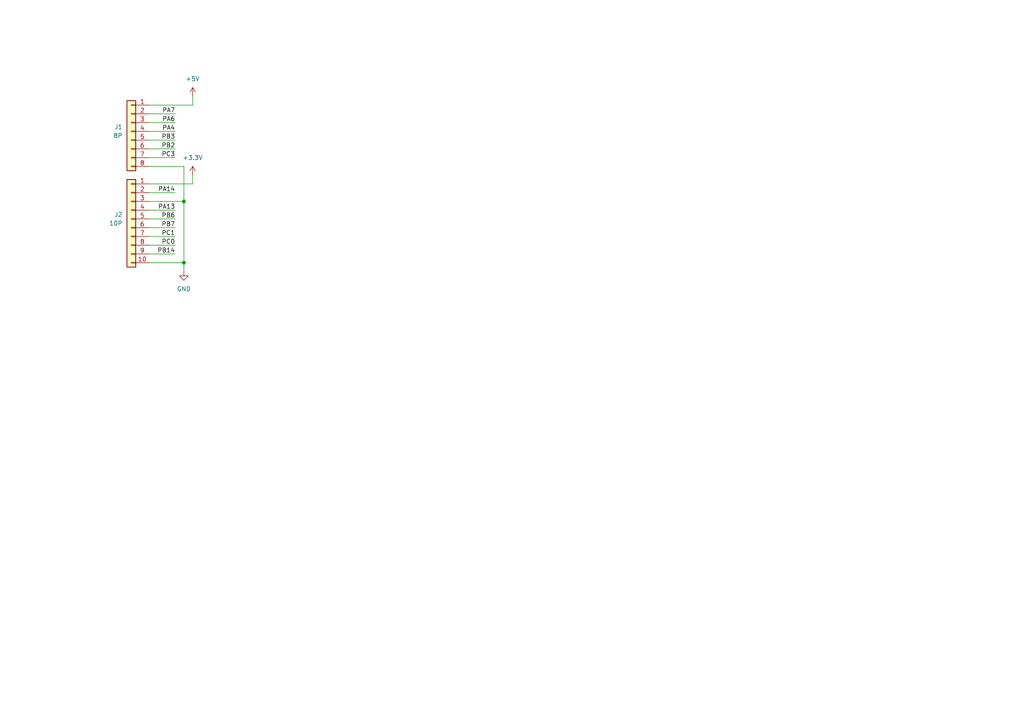
<source format=kicad_sch>
(kicad_sch (version 20211123) (generator eeschema)
  (paper "A4")
  (lib_symbols
    (symbol "Connector_Generic:Conn_01x08" (pin_names (offset 1.016) hide)
      (property "Reference" "J" (at 0 10.16 0))
      (property "Value" "Conn_01x08" (at 0 -12.7 0))
      (symbol "Conn_01x08_1_1"
        (rectangle (start -1.27 -10.033) (end 0 -10.287) (stroke (width 0.1524)))
        (rectangle (start -1.27 -7.493) (end 0 -7.747) (stroke (width 0.1524)))
        (rectangle (start -1.27 -4.953) (end 0 -5.207) (stroke (width 0.1524)))
        (rectangle (start -1.27 -2.413) (end 0 -2.667) (stroke (width 0.1524)))
        (rectangle (start -1.27 0.127) (end 0 -0.127) (stroke (width 0.1524)))
        (rectangle (start -1.27 2.667) (end 0 2.413) (stroke (width 0.1524)))
        (rectangle (start -1.27 5.207) (end 0 4.953) (stroke (width 0.1524)))
        (rectangle (start -1.27 7.747) (end 0 7.493) (stroke (width 0.1524)))
        (rectangle (start -1.27 8.89) (end 1.27 -11.43) (stroke (width 0.254)) (fill (type background)))
        (pin passive line (at -5.08 7.62 0) (length 3.81) (name "Pin_1") (number "1"))
        (pin passive line (at -5.08 5.08 0) (length 3.81) (name "Pin_2") (number "2"))
        (pin passive line (at -5.08 2.54 0) (length 3.81) (name "Pin_3") (number "3"))
        (pin passive line (at -5.08 0 0) (length 3.81) (name "Pin_4") (number "4"))
        (pin passive line (at -5.08 -2.54 0) (length 3.81) (name "Pin_5") (number "5"))
        (pin passive line (at -5.08 -5.08 0) (length 3.81) (name "Pin_6") (number "6"))
        (pin passive line (at -5.08 -7.62 0) (length 3.81) (name "Pin_7") (number "7"))
        (pin passive line (at -5.08 -10.16 0) (length 3.81) (name "Pin_8") (number "8"))
      )
    )
    (symbol "Connector_Generic:Conn_01x10" (pin_names (offset 1.016) hide)
      (property "Reference" "J" (at 0 12.7 0))
      (property "Value" "Conn_01x10" (at 0 -15.24 0))
      (symbol "Conn_01x10_1_1"
        (rectangle (start -1.27 -12.573) (end 0 -12.827) (stroke (width 0.1524)))
        (rectangle (start -1.27 -10.033) (end 0 -10.287) (stroke (width 0.1524)))
        (rectangle (start -1.27 -7.493) (end 0 -7.747) (stroke (width 0.1524)))
        (rectangle (start -1.27 -4.953) (end 0 -5.207) (stroke (width 0.1524)))
        (rectangle (start -1.27 -2.413) (end 0 -2.667) (stroke (width 0.1524)))
        (rectangle (start -1.27 0.127) (end 0 -0.127) (stroke (width 0.1524)))
        (rectangle (start -1.27 2.667) (end 0 2.413) (stroke (width 0.1524)))
        (rectangle (start -1.27 5.207) (end 0 4.953) (stroke (width 0.1524)))
        (rectangle (start -1.27 7.747) (end 0 7.493) (stroke (width 0.1524)))
        (rectangle (start -1.27 10.287) (end 0 10.033) (stroke (width 0.1524)))
        (rectangle (start -1.27 11.43) (end 1.27 -13.97) (stroke (width 0.254)) (fill (type background)))
        (pin passive line (at -5.08 10.16 0) (length 3.81) (name "Pin_1") (number "1"))
        (pin passive line (at -5.08 -12.7 0) (length 3.81) (name "Pin_10") (number "10"))
        (pin passive line (at -5.08 7.62 0) (length 3.81) (name "Pin_2") (number "2"))
        (pin passive line (at -5.08 5.08 0) (length 3.81) (name "Pin_3") (number "3"))
        (pin passive line (at -5.08 2.54 0) (length 3.81) (name "Pin_4") (number "4"))
        (pin passive line (at -5.08 0 0) (length 3.81) (name "Pin_5") (number "5"))
        (pin passive line (at -5.08 -2.54 0) (length 3.81) (name "Pin_6") (number "6"))
        (pin passive line (at -5.08 -5.08 0) (length 3.81) (name "Pin_7") (number "7"))
        (pin passive line (at -5.08 -7.62 0) (length 3.81) (name "Pin_8") (number "8"))
        (pin passive line (at -5.08 -10.16 0) (length 3.81) (name "Pin_9") (number "9"))
      )
    )
    (symbol "power:+3.3V" (power) (pin_names (offset 0))
      (property "Value" "+3.3V" (at 0 3.556 0))
      (symbol "+3.3V_0_1"
        (polyline (pts (xy -0.762 1.27) (xy 0 2.54)))
        (polyline (pts (xy 0 0) (xy 0 2.54)))
        (polyline (pts (xy 0 2.54) (xy 0.762 1.27)))
      )
      (symbol "+3.3V_1_1"
        (pin power_in line (at 0 0 90) (length 0) hide (name "+3.3V") (number "1"))
      )
    )
    (symbol "power:+5V" (power) (pin_names (offset 0))
      (property "Value" "+5V" (at 0 3.556 0))
      (symbol "+5V_0_1"
        (polyline (pts (xy -0.762 1.27) (xy 0 2.54)))
        (polyline (pts (xy 0 0) (xy 0 2.54)))
        (polyline (pts (xy 0 2.54) (xy 0.762 1.27)))
      )
      (symbol "+5V_1_1"
        (pin power_in line (at 0 0 90) (length 0) hide (name "+5V") (number "1"))
      )
    )
    (symbol "power:GND" (power) (pin_names (offset 0))
      (property "Value" "GND" (at 0 -3.81 0))
      (symbol "GND_0_1"
        (polyline (pts (xy 0 0) (xy 0 -1.27) (xy 1.27 -1.27) (xy 0 -2.54) (xy -1.27 -1.27) (xy 0 -1.27)))
      )
      (symbol "GND_1_1"
        (pin power_in line (at 0 0 270) (length 0) hide (name "GND") (number "1"))
      )
    )
  )
  (junction (at 53.34 58.42))
  (junction (at 53.34 76.2))
  (wire (pts (xy 43.18 60.96) (xy 50.8 60.96)))
  (wire (pts (xy 43.18 58.42) (xy 53.34 58.42)))
  (wire (pts (xy 43.18 73.66) (xy 50.8 73.66)))
  (wire (pts (xy 55.88 30.48) (xy 55.88 27.94)))
  (wire (pts (xy 43.18 68.58) (xy 50.8 68.58)))
  (wire (pts (xy 43.18 35.56) (xy 50.8 35.56)))
  (wire (pts (xy 43.18 48.26) (xy 53.34 48.26)))
  (wire (pts (xy 43.18 63.5) (xy 50.8 63.5)))
  (wire (pts (xy 53.34 76.2) (xy 53.34 78.74)))
  (wire (pts (xy 43.18 66.04) (xy 50.8 66.04)))
  (wire (pts (xy 53.34 48.26) (xy 53.34 58.42)))
  (wire (pts (xy 43.18 45.72) (xy 50.8 45.72)))
  (wire (pts (xy 43.18 55.88) (xy 50.8 55.88)))
  (wire (pts (xy 43.18 43.18) (xy 50.8 43.18)))
  (wire (pts (xy 53.34 58.42) (xy 53.34 76.2)))
  (wire (pts (xy 43.18 30.48) (xy 55.88 30.48)))
  (wire (pts (xy 43.18 40.64) (xy 50.8 40.64)))
  (wire (pts (xy 43.18 38.1) (xy 50.8 38.1)))
  (wire (pts (xy 43.18 76.2) (xy 53.34 76.2)))
  (wire (pts (xy 55.88 53.34) (xy 55.88 50.8)))
  (wire (pts (xy 43.18 53.34) (xy 55.88 53.34)))
  (wire (pts (xy 43.18 71.12) (xy 50.8 71.12)))
  (wire (pts (xy 43.18 33.02) (xy 50.8 33.02)))
  (label "PB3" (at 50.8 40.64 180))
  (label "PC1" (at 50.8 68.58 180))
  (label "PA13" (at 50.8 60.96 180))
  (label "PC0" (at 50.8 71.12 180))
  (label "PB2" (at 50.8 43.18 180))
  (label "PA14" (at 50.8 55.88 180))
  (label "PB7" (at 50.8 66.04 180))
  (label "PA4" (at 50.8 38.1 180))
  (label "PC3" (at 50.8 45.72 180))
  (label "PA7" (at 50.8 33.02 180))
  (label "PA6" (at 50.8 35.56 180))
  (label "PB14" (at 50.8 73.66 180))
  (label "PB6" (at 50.8 63.5 180))
  (symbol (lib_id "power:GND") (at 53.34 78.74 0) (unit 1)
    (property "Reference" "#PWR0101" (effects hide))
    (property "Value" "GND" (at 53.34 83.82 0))
  )
  (symbol (lib_id "power:+5V") (at 55.88 27.94 0) (unit 1)
    (property "Reference" "#PWR0102" (effects hide))
    (property "Value" "+5V" (at 55.88 22.86 0))
  )
  (symbol (lib_id "Connector_Generic:Conn_01x10") (at 38.1 63.5 0) (mirror y) (unit 1)
    (property "Reference" "J2" (at 35.56 62.23 0) (effects (justify left)))
    (property "Value" "10P" (at 35.56 64.77 0) (effects (justify left)))
    (property "Footprint" "flipper_headers:PinHeader_1x10_P2.54mm_Horizontal" (effects hide))
  )
  (symbol (lib_id "power:+3.3V") (at 55.88 50.8 0) (unit 1)
    (property "Reference" "#PWR0103" (effects hide))
    (property "Value" "+3.3V" (at 55.88 45.72 0))
  )
  (symbol (lib_id "Connector_Generic:Conn_01x08") (at 38.1 38.1 0) (mirror y) (unit 1)
    (property "Reference" "J1" (at 35.56 36.83 0) (effects (justify left)))
    (property "Value" "8P" (at 35.56 39.37 0) (effects (justify left)))
    (property "Footprint" "flipper_headers:PinHeader_1x08_P2.54mm_Horizontal" (effects hide))
  )
)
</source>
